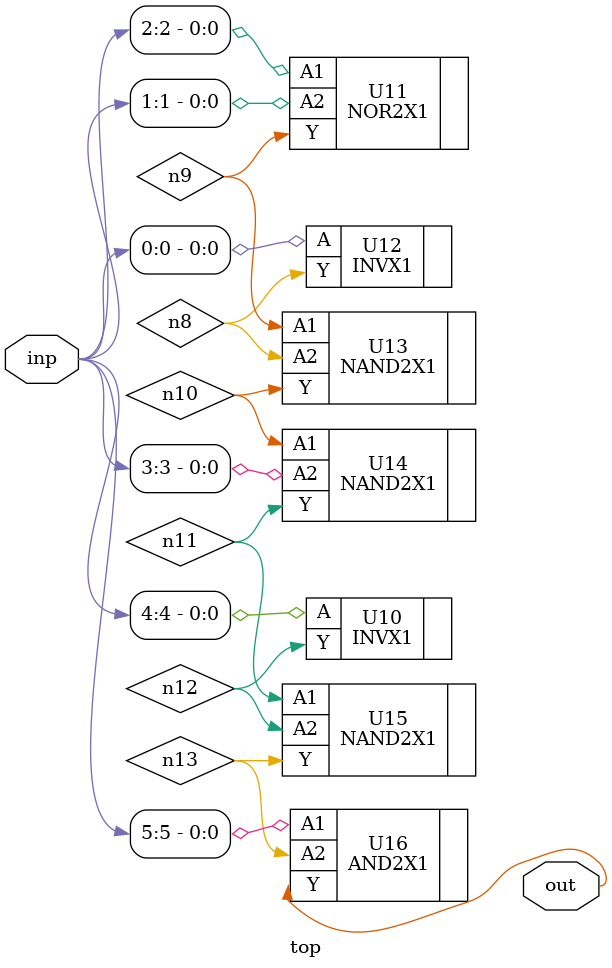
<source format=sv>


module top ( inp, out );
  input [5:0] inp;
  output out;
  wire   n8, n9, n10, n11, n12, n13;

  INVX1 U10 ( .A(inp[4]), .Y(n12) );
  NOR2X1 U11 ( .A1(inp[2]), .A2(inp[1]), .Y(n9) );
  INVX1 U12 ( .A(inp[0]), .Y(n8) );
  NAND2X1 U13 ( .A1(n9), .A2(n8), .Y(n10) );
  NAND2X1 U14 ( .A1(n10), .A2(inp[3]), .Y(n11) );
  NAND2X1 U15 ( .A1(n11), .A2(n12), .Y(n13) );
  AND2X1 U16 ( .A1(inp[5]), .A2(n13), .Y(out) );
endmodule


</source>
